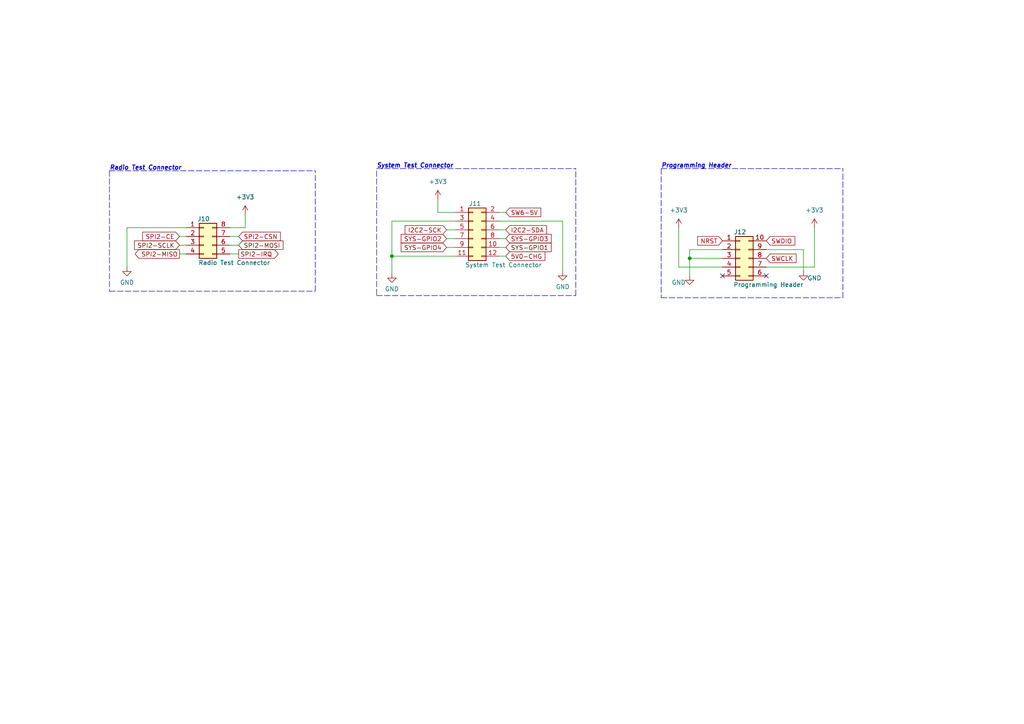
<source format=kicad_sch>
(kicad_sch (version 20211123) (generator eeschema)
  (paper "A4")
  (lib_symbols
    (symbol "Connector_Generic:Conn_02x04_Counter_Clockwise" (pin_names (offset 1.016) hide)
      (property "Reference" "J" (at 1.27 5.08 0))
      (property "Value" "Conn_02x04_Counter_Clockwise" (at 1.27 -7.62 0))
      (symbol "Conn_02x04_Counter_Clockwise_1_1"
        (rectangle (start -1.27 -4.953) (end 0 -5.207) (stroke (width 0.1524)))
        (rectangle (start -1.27 -2.413) (end 0 -2.667) (stroke (width 0.1524)))
        (rectangle (start -1.27 0.127) (end 0 -0.127) (stroke (width 0.1524)))
        (rectangle (start -1.27 2.667) (end 0 2.413) (stroke (width 0.1524)))
        (rectangle (start -1.27 3.81) (end 3.81 -6.35) (stroke (width 0.254)) (fill (type background)))
        (rectangle (start 3.81 -4.953) (end 2.54 -5.207) (stroke (width 0.1524)))
        (rectangle (start 3.81 -2.413) (end 2.54 -2.667) (stroke (width 0.1524)))
        (rectangle (start 3.81 0.127) (end 2.54 -0.127) (stroke (width 0.1524)))
        (rectangle (start 3.81 2.667) (end 2.54 2.413) (stroke (width 0.1524)))
        (pin passive line (at -5.08 2.54 0) (length 3.81) (name "Pin_1") (number "1"))
        (pin passive line (at -5.08 0 0) (length 3.81) (name "Pin_2") (number "2"))
        (pin passive line (at -5.08 -2.54 0) (length 3.81) (name "Pin_3") (number "3"))
        (pin passive line (at -5.08 -5.08 0) (length 3.81) (name "Pin_4") (number "4"))
        (pin passive line (at 7.62 -5.08 180) (length 3.81) (name "Pin_5") (number "5"))
        (pin passive line (at 7.62 -2.54 180) (length 3.81) (name "Pin_6") (number "6"))
        (pin passive line (at 7.62 0 180) (length 3.81) (name "Pin_7") (number "7"))
        (pin passive line (at 7.62 2.54 180) (length 3.81) (name "Pin_8") (number "8"))
      )
    )
    (symbol "Connector_Generic:Conn_02x05_Counter_Clockwise" (pin_names (offset 1.016) hide)
      (property "Reference" "J" (at 1.27 7.62 0))
      (property "Value" "Conn_02x05_Counter_Clockwise" (at 1.27 -7.62 0))
      (symbol "Conn_02x05_Counter_Clockwise_1_1"
        (rectangle (start -1.27 -4.953) (end 0 -5.207) (stroke (width 0.1524)))
        (rectangle (start -1.27 -2.413) (end 0 -2.667) (stroke (width 0.1524)))
        (rectangle (start -1.27 0.127) (end 0 -0.127) (stroke (width 0.1524)))
        (rectangle (start -1.27 2.667) (end 0 2.413) (stroke (width 0.1524)))
        (rectangle (start -1.27 5.207) (end 0 4.953) (stroke (width 0.1524)))
        (rectangle (start -1.27 6.35) (end 3.81 -6.35) (stroke (width 0.254)) (fill (type background)))
        (rectangle (start 3.81 -4.953) (end 2.54 -5.207) (stroke (width 0.1524)))
        (rectangle (start 3.81 -2.413) (end 2.54 -2.667) (stroke (width 0.1524)))
        (rectangle (start 3.81 0.127) (end 2.54 -0.127) (stroke (width 0.1524)))
        (rectangle (start 3.81 2.667) (end 2.54 2.413) (stroke (width 0.1524)))
        (rectangle (start 3.81 5.207) (end 2.54 4.953) (stroke (width 0.1524)))
        (pin passive line (at -5.08 5.08 0) (length 3.81) (name "Pin_1") (number "1"))
        (pin passive line (at 7.62 5.08 180) (length 3.81) (name "Pin_10") (number "10"))
        (pin passive line (at -5.08 2.54 0) (length 3.81) (name "Pin_2") (number "2"))
        (pin passive line (at -5.08 0 0) (length 3.81) (name "Pin_3") (number "3"))
        (pin passive line (at -5.08 -2.54 0) (length 3.81) (name "Pin_4") (number "4"))
        (pin passive line (at -5.08 -5.08 0) (length 3.81) (name "Pin_5") (number "5"))
        (pin passive line (at 7.62 -5.08 180) (length 3.81) (name "Pin_6") (number "6"))
        (pin passive line (at 7.62 -2.54 180) (length 3.81) (name "Pin_7") (number "7"))
        (pin passive line (at 7.62 0 180) (length 3.81) (name "Pin_8") (number "8"))
        (pin passive line (at 7.62 2.54 180) (length 3.81) (name "Pin_9") (number "9"))
      )
    )
    (symbol "Connector_Generic:Conn_02x06_Odd_Even" (pin_names (offset 1.016) hide)
      (property "Reference" "J" (at 1.27 7.62 0))
      (property "Value" "Conn_02x06_Odd_Even" (at 1.27 -10.16 0))
      (symbol "Conn_02x06_Odd_Even_1_1"
        (rectangle (start -1.27 -7.493) (end 0 -7.747) (stroke (width 0.1524)))
        (rectangle (start -1.27 -4.953) (end 0 -5.207) (stroke (width 0.1524)))
        (rectangle (start -1.27 -2.413) (end 0 -2.667) (stroke (width 0.1524)))
        (rectangle (start -1.27 0.127) (end 0 -0.127) (stroke (width 0.1524)))
        (rectangle (start -1.27 2.667) (end 0 2.413) (stroke (width 0.1524)))
        (rectangle (start -1.27 5.207) (end 0 4.953) (stroke (width 0.1524)))
        (rectangle (start -1.27 6.35) (end 3.81 -8.89) (stroke (width 0.254)) (fill (type background)))
        (rectangle (start 3.81 -7.493) (end 2.54 -7.747) (stroke (width 0.1524)))
        (rectangle (start 3.81 -4.953) (end 2.54 -5.207) (stroke (width 0.1524)))
        (rectangle (start 3.81 -2.413) (end 2.54 -2.667) (stroke (width 0.1524)))
        (rectangle (start 3.81 0.127) (end 2.54 -0.127) (stroke (width 0.1524)))
        (rectangle (start 3.81 2.667) (end 2.54 2.413) (stroke (width 0.1524)))
        (rectangle (start 3.81 5.207) (end 2.54 4.953) (stroke (width 0.1524)))
        (pin passive line (at -5.08 5.08 0) (length 3.81) (name "Pin_1") (number "1"))
        (pin passive line (at 7.62 -5.08 180) (length 3.81) (name "Pin_10") (number "10"))
        (pin passive line (at -5.08 -7.62 0) (length 3.81) (name "Pin_11") (number "11"))
        (pin passive line (at 7.62 -7.62 180) (length 3.81) (name "Pin_12") (number "12"))
        (pin passive line (at 7.62 5.08 180) (length 3.81) (name "Pin_2") (number "2"))
        (pin passive line (at -5.08 2.54 0) (length 3.81) (name "Pin_3") (number "3"))
        (pin passive line (at 7.62 2.54 180) (length 3.81) (name "Pin_4") (number "4"))
        (pin passive line (at -5.08 0 0) (length 3.81) (name "Pin_5") (number "5"))
        (pin passive line (at 7.62 0 180) (length 3.81) (name "Pin_6") (number "6"))
        (pin passive line (at -5.08 -2.54 0) (length 3.81) (name "Pin_7") (number "7"))
        (pin passive line (at 7.62 -2.54 180) (length 3.81) (name "Pin_8") (number "8"))
        (pin passive line (at -5.08 -5.08 0) (length 3.81) (name "Pin_9") (number "9"))
      )
    )
    (symbol "power:+3V3" (power) (pin_names (offset 0))
      (property "Value" "+3V3" (at 0 3.556 0))
      (symbol "+3V3_0_1"
        (polyline (pts (xy -0.762 1.27) (xy 0 2.54)))
        (polyline (pts (xy 0 0) (xy 0 2.54)))
        (polyline (pts (xy 0 2.54) (xy 0.762 1.27)))
      )
      (symbol "+3V3_1_1"
        (pin power_in line (at 0 0 90) (length 0) hide (name "+3V3") (number "1"))
      )
    )
    (symbol "power:GND" (power) (pin_names (offset 0))
      (property "Value" "GND" (at 0 -3.81 0))
      (symbol "GND_0_1"
        (polyline (pts (xy 0 0) (xy 0 -1.27) (xy 1.27 -1.27) (xy 0 -2.54) (xy -1.27 -1.27) (xy 0 -1.27)))
      )
      (symbol "GND_1_1"
        (pin power_in line (at 0 0 270) (length 0) hide (name "GND") (number "1"))
      )
    )
  )
  (junction (at 113.665 74.295))
  (junction (at 200.025 74.93))
  (no_connect (at 222.25 80.01))
  (no_connect (at 209.55 80.01))
  (wire (pts (xy 146.685 71.755) (xy 144.78 71.755)))
  (wire (pts (xy 69.215 68.58) (xy 66.675 68.58)))
  (polyline (pts (xy 244.475 86.36) (xy 244.475 48.895)))
  (wire (pts (xy 127 57.785) (xy 127 61.595)))
  (wire (pts (xy 113.665 74.295) (xy 132.08 74.295)))
  (wire (pts (xy 69.215 71.12) (xy 66.675 71.12)))
  (wire (pts (xy 144.78 64.135) (xy 163.195 64.135)))
  (wire (pts (xy 129.54 66.675) (xy 132.08 66.675)))
  (wire (pts (xy 129.54 69.215) (xy 132.08 69.215)))
  (polyline (pts (xy 167.005 85.725) (xy 167.005 48.895)))
  (wire (pts (xy 146.685 69.215) (xy 144.78 69.215)))
  (polyline (pts (xy 109.22 48.895) (xy 167.005 48.895)))
  (polyline (pts (xy 31.75 84.455) (xy 91.44 84.455)))
  (wire (pts (xy 200.025 72.39) (xy 200.025 74.93)))
  (wire (pts (xy 233.045 72.39) (xy 233.045 78.74)))
  (wire (pts (xy 200.025 74.93) (xy 200.025 80.01)))
  (polyline (pts (xy 191.77 86.36) (xy 244.475 86.36)))
  (wire (pts (xy 209.55 72.39) (xy 200.025 72.39)))
  (polyline (pts (xy 31.75 49.53) (xy 91.44 49.53)))
  (wire (pts (xy 196.85 66.04) (xy 196.85 77.47)))
  (polyline (pts (xy 109.22 85.725) (xy 167.005 85.725)))
  (wire (pts (xy 36.83 66.04) (xy 53.975 66.04)))
  (wire (pts (xy 222.25 72.39) (xy 233.045 72.39)))
  (wire (pts (xy 71.12 62.23) (xy 71.12 66.04)))
  (polyline (pts (xy 31.75 49.53) (xy 31.75 84.455)))
  (wire (pts (xy 52.07 68.58) (xy 53.975 68.58)))
  (wire (pts (xy 129.54 71.755) (xy 132.08 71.755)))
  (wire (pts (xy 196.85 77.47) (xy 209.55 77.47)))
  (polyline (pts (xy 109.22 49.53) (xy 109.22 85.725)))
  (wire (pts (xy 52.07 71.12) (xy 53.975 71.12)))
  (wire (pts (xy 146.685 66.675) (xy 144.78 66.675)))
  (wire (pts (xy 113.665 79.375) (xy 113.665 74.295)))
  (wire (pts (xy 113.665 74.295) (xy 113.665 64.135)))
  (wire (pts (xy 163.195 64.135) (xy 163.195 78.74)))
  (polyline (pts (xy 191.77 48.895) (xy 244.475 48.895)))
  (wire (pts (xy 236.22 66.04) (xy 236.22 77.47)))
  (polyline (pts (xy 191.77 48.895) (xy 191.77 86.36)))
  (wire (pts (xy 200.025 74.93) (xy 209.55 74.93)))
  (wire (pts (xy 66.675 66.04) (xy 71.12 66.04)))
  (wire (pts (xy 36.83 66.04) (xy 36.83 77.47)))
  (polyline (pts (xy 91.44 84.455) (xy 91.44 49.53)))
  (wire (pts (xy 146.685 61.595) (xy 144.78 61.595)))
  (wire (pts (xy 113.665 64.135) (xy 132.08 64.135)))
  (wire (pts (xy 127 61.595) (xy 132.08 61.595)))
  (wire (pts (xy 236.22 77.47) (xy 222.25 77.47)))
  (wire (pts (xy 146.685 74.295) (xy 144.78 74.295)))
  (wire (pts (xy 52.07 73.66) (xy 53.975 73.66)))
  (wire (pts (xy 69.215 73.66) (xy 66.675 73.66)))
  (text "Radio Test Connector" (at 31.75 49.53 0) (effects (font (size 1.27 1.27) bold italic) (justify left bottom)))
  (text "Programming Header" (at 191.77 48.895 0) (effects (font (size 1.27 1.27) bold italic) (justify left bottom)))
  (text "System Test Connector" (at 109.22 48.895 0) (effects (font (size 1.27 1.27) bold italic) (justify left bottom)))
  (global_label "SYS-GPIO1" (shape input) (at 146.685 71.755 0) (property "Intersheet References" "${INTERSHEET_REFS}" (effects hide)))
  (global_label "SWCLK" (shape input) (at 222.25 74.93 0) (property "Intersheet References" "${INTERSHEET_REFS}" (effects hide)))
  (global_label "SYS-GPIO4" (shape input) (at 129.54 71.755 180) (property "Intersheet References" "${INTERSHEET_REFS}" (effects hide)))
  (global_label "SYS-GPIO3" (shape input) (at 146.685 69.215 0) (property "Intersheet References" "${INTERSHEET_REFS}" (effects hide)))
  (global_label "SW6-5V" (shape input) (at 146.685 61.595 0) (property "Intersheet References" "${INTERSHEET_REFS}" (effects hide)))
  (global_label "SPI2-MISO" (shape output) (at 52.07 73.66 180) (property "Intersheet References" "${INTERSHEET_REFS}" (effects hide)))
  (global_label "I2C2-SDA" (shape input) (at 146.685 66.675 0) (property "Intersheet References" "${INTERSHEET_REFS}" (effects hide)))
  (global_label "SWDIO" (shape input) (at 222.25 69.85 0) (property "Intersheet References" "${INTERSHEET_REFS}" (effects hide)))
  (global_label "NRST" (shape input) (at 209.55 69.85 180) (property "Intersheet References" "${INTERSHEET_REFS}" (effects hide)))
  (global_label "SPI2-IRQ" (shape output) (at 69.215 73.66 0) (property "Intersheet References" "${INTERSHEET_REFS}" (effects hide)))
  (global_label "SPI2-SCLK" (shape input) (at 52.07 71.12 180) (property "Intersheet References" "${INTERSHEET_REFS}" (effects hide)))
  (global_label "SPI2-MOSI" (shape input) (at 69.215 71.12 0) (property "Intersheet References" "${INTERSHEET_REFS}" (effects hide)))
  (global_label "SPI2-CE" (shape input) (at 52.07 68.58 180) (property "Intersheet References" "${INTERSHEET_REFS}" (effects hide)))
  (global_label "5V0-CHG" (shape input) (at 146.685 74.295 0) (property "Intersheet References" "${INTERSHEET_REFS}" (effects hide)))
  (global_label "I2C2-SCK" (shape input) (at 129.54 66.675 180) (property "Intersheet References" "${INTERSHEET_REFS}" (effects hide)))
  (global_label "SYS-GPIO2" (shape input) (at 129.54 69.215 180) (property "Intersheet References" "${INTERSHEET_REFS}" (effects hide)))
  (global_label "SPI2-CSN" (shape input) (at 69.215 68.58 0) (property "Intersheet References" "${INTERSHEET_REFS}" (effects hide)))
  (symbol (lib_id "power:+3V3") (at 236.22 66.04 0) (unit 1)
    (property "Reference" "#PWR041" (effects hide))
    (property "Value" "+3V3" (at 236.22 60.96 0))
  )
  (symbol (lib_id "power:GND") (at 200.025 80.01 0) (unit 1)
    (property "Reference" "#PWR039" (effects hide))
    (property "Value" "GND" (at 196.85 81.915 0))
  )
  (symbol (lib_id "Connector_Generic:Conn_02x04_Counter_Clockwise") (at 59.055 68.58 0) (unit 1)
    (property "Reference" "J10" (at 59.055 63.5 0))
    (property "Value" "Radio Test Connector" (at 67.945 76.2 0))
    (property "Footprint" "Connector_PinSocket_2.54mm:PinSocket_2x04_P2.54mm_Vertical" (effects hide))
  )
  (symbol (lib_id "power:GND") (at 113.665 79.375 0) (unit 1)
    (property "Reference" "#PWR030" (effects hide))
    (property "Value" "GND" (at 113.665 83.82 0))
  )
  (symbol (lib_id "power:GND") (at 233.045 78.74 0) (unit 1)
    (property "Reference" "#PWR040" (effects hide))
    (property "Value" "GND" (at 236.22 80.645 0))
  )
  (symbol (lib_id "power:+3V3") (at 127 57.785 0) (unit 1)
    (property "Reference" "#PWR033" (effects hide))
    (property "Value" "+3V3" (at 127 52.705 0))
  )
  (symbol (lib_id "power:GND") (at 36.83 77.47 0) (unit 1)
    (property "Reference" "#PWR036" (effects hide))
    (property "Value" "GND" (at 36.83 81.915 0))
  )
  (symbol (lib_id "power:+3V3") (at 71.12 62.23 0) (unit 1)
    (property "Reference" "#PWR037" (effects hide))
    (property "Value" "+3V3" (at 71.12 57.15 0))
  )
  (symbol (lib_id "Connector_Generic:Conn_02x06_Odd_Even") (at 137.16 66.675 0) (unit 1)
    (property "Reference" "J11" (at 137.795 59.055 0))
    (property "Value" "System Test Connector" (at 146.05 76.835 0))
    (property "Footprint" "Connector_PinSocket_2.54mm:PinSocket_2x06_P2.54mm_Horizontal" (effects hide))
  )
  (symbol (lib_id "Connector_Generic:Conn_02x05_Counter_Clockwise") (at 214.63 74.93 0) (unit 1)
    (property "Reference" "J12" (at 214.63 67.31 0))
    (property "Value" "Programming Header" (at 222.885 82.55 0))
    (property "Footprint" "Connector_PinSocket_2.54mm:PinSocket_2x05_P2.54mm_Horizontal" (effects hide))
  )
  (symbol (lib_id "power:+3V3") (at 196.85 66.04 0) (unit 1)
    (property "Reference" "#PWR038" (effects hide))
    (property "Value" "+3V3" (at 196.85 60.96 0))
  )
  (symbol (lib_id "power:GND") (at 163.195 78.74 0) (unit 1)
    (property "Reference" "#PWR035" (effects hide))
    (property "Value" "GND" (at 163.195 83.185 0))
  )
)
</source>
